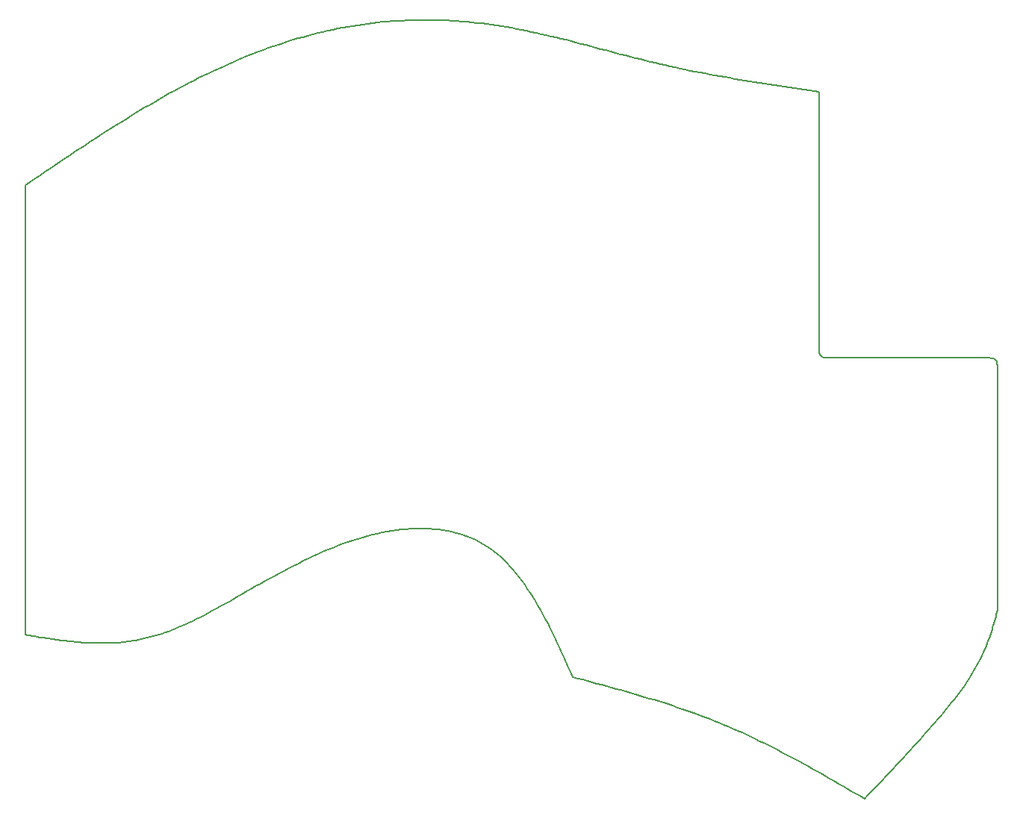
<source format=gbr>
%TF.GenerationSoftware,KiCad,Pcbnew,5.1.9*%
%TF.CreationDate,2021-04-16T22:18:37+02:00*%
%TF.ProjectId,handbrush,68616e64-6272-4757-9368-2e6b69636164,rev?*%
%TF.SameCoordinates,Original*%
%TF.FileFunction,Profile,NP*%
%FSLAX46Y46*%
G04 Gerber Fmt 4.6, Leading zero omitted, Abs format (unit mm)*
G04 Created by KiCad (PCBNEW 5.1.9) date 2021-04-16 22:18:37*
%MOMM*%
%LPD*%
G01*
G04 APERTURE LIST*
%TA.AperFunction,Profile*%
%ADD10C,0.200000*%
%TD*%
G04 APERTURE END LIST*
D10*
X138643573Y-100183065D02*
X138230844Y-99926967D01*
X138230844Y-99926967D02*
X137808757Y-99689170D01*
X137808757Y-99689170D02*
X137377613Y-99469436D01*
X137377613Y-99469436D02*
X136937714Y-99267526D01*
X136937714Y-99267526D02*
X136489362Y-99083203D01*
X136489362Y-99083203D02*
X136032859Y-98916231D01*
X136032859Y-98916231D02*
X135568507Y-98766370D01*
X135568507Y-98766370D02*
X135096607Y-98633385D01*
X135096607Y-98633385D02*
X134617463Y-98517036D01*
X134617463Y-98517036D02*
X134131375Y-98417088D01*
X134131375Y-98417088D02*
X133638645Y-98333301D01*
X133638645Y-98333301D02*
X133139576Y-98265439D01*
X133139576Y-98265439D02*
X132634469Y-98213265D01*
X132634469Y-98213265D02*
X132123627Y-98176540D01*
X132123627Y-98176540D02*
X131607351Y-98155027D01*
X131607351Y-98155027D02*
X131085943Y-98148488D01*
X131085943Y-98148488D02*
X130559705Y-98156687D01*
X130559705Y-98156687D02*
X130028939Y-98179385D01*
X130028939Y-98179385D02*
X129493947Y-98216345D01*
X129493947Y-98216345D02*
X128955031Y-98267330D01*
X128955031Y-98267330D02*
X128412493Y-98332101D01*
X128412493Y-98332101D02*
X127866634Y-98410422D01*
X127866634Y-98410422D02*
X127317757Y-98502054D01*
X127317757Y-98502054D02*
X126766164Y-98606761D01*
X126766164Y-98606761D02*
X126212156Y-98724305D01*
X126212156Y-98724305D02*
X125656035Y-98854448D01*
X125656035Y-98854448D02*
X125098104Y-98996953D01*
X125098104Y-98996953D02*
X124538664Y-99151582D01*
X124538664Y-99151582D02*
X123978017Y-99318098D01*
X123978017Y-99318098D02*
X123416466Y-99496263D01*
X123416466Y-99496263D02*
X122854311Y-99685840D01*
X122854311Y-99685840D02*
X122291856Y-99886591D01*
X176455936Y-78526157D02*
X176607256Y-78666523D01*
X176607256Y-78666523D02*
X176804651Y-78743471D01*
X176804651Y-78743471D02*
X177003068Y-78775396D01*
X177003068Y-78775396D02*
X177214664Y-78789111D01*
X177214664Y-78789111D02*
X177276099Y-78791668D01*
X95001301Y-111154377D02*
X94720459Y-111153024D01*
X94720459Y-111153024D02*
X94440444Y-111149019D01*
X94440444Y-111149019D02*
X94161229Y-111142446D01*
X94161229Y-111142446D02*
X93882789Y-111133392D01*
X93882789Y-111133392D02*
X93605095Y-111121942D01*
X93605095Y-111121942D02*
X93328121Y-111108182D01*
X93328121Y-111108182D02*
X93051840Y-111092196D01*
X93051840Y-111092196D02*
X92776226Y-111074072D01*
X92776226Y-111074072D02*
X92501251Y-111053893D01*
X92501251Y-111053893D02*
X92226890Y-111031746D01*
X92226890Y-111031746D02*
X91953115Y-111007717D01*
X91953115Y-111007717D02*
X91679900Y-110981890D01*
X91679900Y-110981890D02*
X91407218Y-110954352D01*
X91407218Y-110954352D02*
X91135041Y-110925188D01*
X91135041Y-110925188D02*
X90863344Y-110894483D01*
X90863344Y-110894483D02*
X90592100Y-110862323D01*
X90592100Y-110862323D02*
X90321281Y-110828794D01*
X90321281Y-110828794D02*
X90050862Y-110793982D01*
X90050862Y-110793982D02*
X89780815Y-110757971D01*
X89780815Y-110757971D02*
X89511114Y-110720847D01*
X89511114Y-110720847D02*
X89241731Y-110682697D01*
X89241731Y-110682697D02*
X88972641Y-110643604D01*
X88972641Y-110643604D02*
X88703816Y-110603656D01*
X88703816Y-110603656D02*
X88435229Y-110562937D01*
X88435229Y-110562937D02*
X88166855Y-110521534D01*
X88166855Y-110521534D02*
X87898665Y-110479531D01*
X87898665Y-110479531D02*
X87630634Y-110437014D01*
X87630634Y-110437014D02*
X87362735Y-110394070D01*
X87362735Y-110394070D02*
X87094941Y-110350782D01*
X87094941Y-110350782D02*
X86827225Y-110307238D01*
X86827225Y-110307238D02*
X86559560Y-110263522D01*
X86559560Y-110263522D02*
X86291920Y-110219720D01*
X122292026Y-41353097D02*
X122854528Y-41250170D01*
X122854528Y-41250170D02*
X123417032Y-41153854D01*
X123417032Y-41153854D02*
X123979537Y-41064117D01*
X123979537Y-41064117D02*
X124542043Y-40980928D01*
X124542043Y-40980928D02*
X125104550Y-40904257D01*
X125104550Y-40904257D02*
X125667058Y-40834073D01*
X125667058Y-40834073D02*
X126229567Y-40770346D01*
X126229567Y-40770346D02*
X126792077Y-40713046D01*
X126792077Y-40713046D02*
X127354589Y-40662142D01*
X127354589Y-40662142D02*
X127917101Y-40617603D01*
X127917101Y-40617603D02*
X128479615Y-40579398D01*
X128479615Y-40579398D02*
X129042130Y-40547499D01*
X129042130Y-40547499D02*
X129604646Y-40521873D01*
X129604646Y-40521873D02*
X130167163Y-40502490D01*
X130167163Y-40502490D02*
X130729681Y-40489320D01*
X130729681Y-40489320D02*
X131292200Y-40482332D01*
X131292200Y-40482332D02*
X131854721Y-40481496D01*
X131854721Y-40481496D02*
X132417242Y-40486781D01*
X132417242Y-40486781D02*
X132979765Y-40498156D01*
X132979765Y-40498156D02*
X133542289Y-40515592D01*
X133542289Y-40515592D02*
X134104814Y-40539057D01*
X134104814Y-40539057D02*
X134667340Y-40568522D01*
X134667340Y-40568522D02*
X135229868Y-40603955D01*
X135229868Y-40603955D02*
X135792396Y-40645326D01*
X135792396Y-40645326D02*
X136354926Y-40692604D01*
X136354926Y-40692604D02*
X136917457Y-40745760D01*
X136917457Y-40745760D02*
X137479989Y-40804762D01*
X137479989Y-40804762D02*
X138042523Y-40869580D01*
X138042523Y-40869580D02*
X138605057Y-40940183D01*
X138605057Y-40940183D02*
X139167593Y-41016541D01*
X139167593Y-41016541D02*
X139730129Y-41098624D01*
X139730129Y-41098624D02*
X140292668Y-41186401D01*
X176291735Y-77357939D02*
X176292361Y-77574947D01*
X176292361Y-77574947D02*
X176296746Y-77786756D01*
X176296746Y-77786756D02*
X176308647Y-77988205D01*
X176308647Y-77988205D02*
X176338142Y-78209002D01*
X176338142Y-78209002D02*
X176401736Y-78426455D01*
X176401736Y-78426455D02*
X176455936Y-78526157D01*
X177276102Y-78791668D02*
X195170437Y-78791668D01*
X105719829Y-108420082D02*
X105295288Y-108627376D01*
X105295288Y-108627376D02*
X104878873Y-108824369D01*
X104878873Y-108824369D02*
X104470349Y-109011306D01*
X104470349Y-109011306D02*
X104069482Y-109188430D01*
X104069482Y-109188430D02*
X103676037Y-109355985D01*
X103676037Y-109355985D02*
X103289779Y-109514215D01*
X103289779Y-109514215D02*
X102910474Y-109663364D01*
X102910474Y-109663364D02*
X102537887Y-109803676D01*
X102537887Y-109803676D02*
X102171784Y-109935395D01*
X102171784Y-109935395D02*
X101811929Y-110058766D01*
X101811929Y-110058766D02*
X101458089Y-110174031D01*
X101458089Y-110174031D02*
X101110029Y-110281435D01*
X101110029Y-110281435D02*
X100767514Y-110381222D01*
X100767514Y-110381222D02*
X100430310Y-110473635D01*
X100430310Y-110473635D02*
X100098181Y-110558920D01*
X100098181Y-110558920D02*
X99770894Y-110637319D01*
X99770894Y-110637319D02*
X99448214Y-110709077D01*
X99448214Y-110709077D02*
X99129906Y-110774437D01*
X99129906Y-110774437D02*
X98815736Y-110833644D01*
X98815736Y-110833644D02*
X98505468Y-110886942D01*
X98505468Y-110886942D02*
X98198869Y-110934574D01*
X98198869Y-110934574D02*
X97895704Y-110976784D01*
X97895704Y-110976784D02*
X97595738Y-111013817D01*
X97595738Y-111013817D02*
X97298737Y-111045916D01*
X97298737Y-111045916D02*
X97004465Y-111073326D01*
X97004465Y-111073326D02*
X96712689Y-111096290D01*
X96712689Y-111096290D02*
X96423174Y-111115052D01*
X96423174Y-111115052D02*
X96135685Y-111129857D01*
X96135685Y-111129857D02*
X95849988Y-111140948D01*
X95849988Y-111140948D02*
X95565848Y-111148569D01*
X95565848Y-111148569D02*
X95283030Y-111152963D01*
X95283030Y-111152963D02*
X95001301Y-111154377D01*
X195170437Y-78791668D02*
X195386509Y-78792679D01*
X195386509Y-78792679D02*
X195597191Y-78799757D01*
X195597191Y-78799757D02*
X195797131Y-78818968D01*
X195797131Y-78818968D02*
X196015344Y-78866581D01*
X196015344Y-78866581D02*
X196201133Y-78950885D01*
X196201133Y-78950885D02*
X196324517Y-79056732D01*
X192634705Y-116164110D02*
X192393408Y-116500783D01*
X192393408Y-116500783D02*
X192141769Y-116842946D01*
X192141769Y-116842946D02*
X191880119Y-117190421D01*
X191880119Y-117190421D02*
X191608794Y-117543030D01*
X191608794Y-117543030D02*
X191328126Y-117900598D01*
X191328126Y-117900598D02*
X191038449Y-118262946D01*
X191038449Y-118262946D02*
X190740098Y-118629898D01*
X190740098Y-118629898D02*
X190433404Y-119001276D01*
X190433404Y-119001276D02*
X190118703Y-119376904D01*
X190118703Y-119376904D02*
X189796328Y-119756605D01*
X189796328Y-119756605D02*
X189466612Y-120140201D01*
X189466612Y-120140201D02*
X189129889Y-120527516D01*
X189129889Y-120527516D02*
X188786492Y-120918372D01*
X188786492Y-120918372D02*
X188436756Y-121312593D01*
X188436756Y-121312593D02*
X188081014Y-121710001D01*
X188081014Y-121710001D02*
X187719600Y-122110419D01*
X187719600Y-122110419D02*
X187352847Y-122513671D01*
X187352847Y-122513671D02*
X186981089Y-122919578D01*
X186981089Y-122919578D02*
X186604659Y-123327965D01*
X186604659Y-123327965D02*
X186223891Y-123738654D01*
X186223891Y-123738654D02*
X185839120Y-124151468D01*
X185839120Y-124151468D02*
X185450678Y-124566231D01*
X185450678Y-124566231D02*
X185058898Y-124982764D01*
X185058898Y-124982764D02*
X184664116Y-125400891D01*
X184664116Y-125400891D02*
X184266664Y-125820435D01*
X184266664Y-125820435D02*
X183866876Y-126241218D01*
X183866876Y-126241218D02*
X183465086Y-126663065D01*
X183465086Y-126663065D02*
X183061627Y-127085797D01*
X183061627Y-127085797D02*
X182656833Y-127509238D01*
X182656833Y-127509238D02*
X182251037Y-127933211D01*
X182251037Y-127933211D02*
X181844574Y-128357538D01*
X181844574Y-128357538D02*
X181437777Y-128782043D01*
X86291920Y-59219063D02*
X86854456Y-58837848D01*
X86854456Y-58837848D02*
X87416991Y-58456799D01*
X87416991Y-58456799D02*
X87979526Y-58076079D01*
X87979526Y-58076079D02*
X88542061Y-57695854D01*
X88542061Y-57695854D02*
X89104595Y-57316289D01*
X89104595Y-57316289D02*
X89667129Y-56937547D01*
X89667129Y-56937547D02*
X90229662Y-56559795D01*
X90229662Y-56559795D02*
X90792194Y-56183196D01*
X90792194Y-56183196D02*
X91354725Y-55807916D01*
X91354725Y-55807916D02*
X91917256Y-55434119D01*
X91917256Y-55434119D02*
X92479786Y-55061970D01*
X92479786Y-55061970D02*
X93042315Y-54691634D01*
X93042315Y-54691634D02*
X93604843Y-54323275D01*
X93604843Y-54323275D02*
X94167370Y-53957059D01*
X94167370Y-53957059D02*
X94729895Y-53593151D01*
X94729895Y-53593151D02*
X95292420Y-53231714D01*
X95292420Y-53231714D02*
X95854944Y-52872914D01*
X95854944Y-52872914D02*
X96417467Y-52516915D01*
X96417467Y-52516915D02*
X96979988Y-52163883D01*
X96979988Y-52163883D02*
X97542508Y-51813982D01*
X97542508Y-51813982D02*
X98105027Y-51467377D01*
X98105027Y-51467377D02*
X98667545Y-51124233D01*
X98667545Y-51124233D02*
X99230061Y-50784714D01*
X99230061Y-50784714D02*
X99792576Y-50448985D01*
X99792576Y-50448985D02*
X100355089Y-50117212D01*
X100355089Y-50117212D02*
X100917600Y-49789558D01*
X100917600Y-49789558D02*
X101480110Y-49466189D01*
X101480110Y-49466189D02*
X102042619Y-49147269D01*
X102042619Y-49147269D02*
X102605126Y-48832963D01*
X102605126Y-48832963D02*
X103167631Y-48523437D01*
X103167631Y-48523437D02*
X103730134Y-48218854D01*
X103730134Y-48218854D02*
X104292636Y-47919380D01*
X176291737Y-48619643D02*
X176291737Y-77357939D01*
X196324517Y-79056732D02*
X196429952Y-79232009D01*
X196429952Y-79232009D02*
X196495314Y-79452658D01*
X196495314Y-79452658D02*
X196525841Y-79663627D01*
X196525841Y-79663627D02*
X196540312Y-79892758D01*
X196540312Y-79892758D02*
X196544080Y-80133985D01*
X196544080Y-80133985D02*
X196542497Y-80381241D01*
X196542497Y-107414087D02*
X196477268Y-107657346D01*
X196477268Y-107657346D02*
X196411705Y-107900782D01*
X196411705Y-107900782D02*
X196345476Y-108144571D01*
X196345476Y-108144571D02*
X196278246Y-108388890D01*
X196278246Y-108388890D02*
X196209681Y-108633916D01*
X196209681Y-108633916D02*
X196139448Y-108879827D01*
X196139448Y-108879827D02*
X196067214Y-109126799D01*
X196067214Y-109126799D02*
X195992644Y-109375010D01*
X195992644Y-109375010D02*
X195915404Y-109624637D01*
X195915404Y-109624637D02*
X195835162Y-109875856D01*
X195835162Y-109875856D02*
X195751583Y-110128845D01*
X195751583Y-110128845D02*
X195664334Y-110383782D01*
X195664334Y-110383782D02*
X195573080Y-110640842D01*
X195573080Y-110640842D02*
X195477490Y-110900204D01*
X195477490Y-110900204D02*
X195377227Y-111162044D01*
X195377227Y-111162044D02*
X195271960Y-111426539D01*
X195271960Y-111426539D02*
X195161354Y-111693867D01*
X195161354Y-111693867D02*
X195045075Y-111964205D01*
X195045075Y-111964205D02*
X194922791Y-112237729D01*
X194922791Y-112237729D02*
X194794166Y-112514617D01*
X194794166Y-112514617D02*
X194658868Y-112795046D01*
X194658868Y-112795046D02*
X194516563Y-113079192D01*
X194516563Y-113079192D02*
X194366917Y-113367234D01*
X194366917Y-113367234D02*
X194209597Y-113659348D01*
X194209597Y-113659348D02*
X194044268Y-113955711D01*
X194044268Y-113955711D02*
X193870597Y-114256501D01*
X193870597Y-114256501D02*
X193688251Y-114561894D01*
X193688251Y-114561894D02*
X193496895Y-114872068D01*
X193496895Y-114872068D02*
X193296196Y-115187199D01*
X193296196Y-115187199D02*
X193085820Y-115507465D01*
X193085820Y-115507465D02*
X192865435Y-115833043D01*
X192865435Y-115833043D02*
X192634705Y-116164110D01*
X104292636Y-47919380D02*
X104855134Y-47625158D01*
X104855134Y-47625158D02*
X105417629Y-47336253D01*
X105417629Y-47336253D02*
X105980121Y-47052708D01*
X105980121Y-47052708D02*
X106542610Y-46774564D01*
X106542610Y-46774564D02*
X107105096Y-46501866D01*
X107105096Y-46501866D02*
X107667579Y-46234654D01*
X107667579Y-46234654D02*
X108230060Y-45972973D01*
X108230060Y-45972973D02*
X108792539Y-45716864D01*
X108792539Y-45716864D02*
X109355016Y-45466371D01*
X109355016Y-45466371D02*
X109917492Y-45221537D01*
X109917492Y-45221537D02*
X110479966Y-44982403D01*
X110479966Y-44982403D02*
X111042439Y-44749012D01*
X111042439Y-44749012D02*
X111604911Y-44521408D01*
X111604911Y-44521408D02*
X112167382Y-44299633D01*
X112167382Y-44299633D02*
X112729853Y-44083729D01*
X112729853Y-44083729D02*
X113292324Y-43873740D01*
X113292324Y-43873740D02*
X113854795Y-43669707D01*
X113854795Y-43669707D02*
X114417266Y-43471675D01*
X114417266Y-43471675D02*
X114979737Y-43279685D01*
X114979737Y-43279685D02*
X115542210Y-43093779D01*
X115542210Y-43093779D02*
X116104683Y-42914002D01*
X116104683Y-42914002D02*
X116667158Y-42740395D01*
X116667158Y-42740395D02*
X117229634Y-42573002D01*
X117229634Y-42573002D02*
X117792112Y-42411864D01*
X117792112Y-42411864D02*
X118354591Y-42257025D01*
X118354591Y-42257025D02*
X118917073Y-42108527D01*
X118917073Y-42108527D02*
X119479558Y-41966413D01*
X119479558Y-41966413D02*
X120042045Y-41830726D01*
X120042045Y-41830726D02*
X120604535Y-41701508D01*
X120604535Y-41701508D02*
X121167028Y-41578802D01*
X121167028Y-41578802D02*
X121729525Y-41462650D01*
X121729525Y-41462650D02*
X122292026Y-41353097D01*
X158293242Y-45485786D02*
X158855735Y-45615485D01*
X158855735Y-45615485D02*
X159418226Y-45742159D01*
X159418226Y-45742159D02*
X159980713Y-45865906D01*
X159980713Y-45865906D02*
X160543196Y-45986822D01*
X160543196Y-45986822D02*
X161105677Y-46105006D01*
X161105677Y-46105006D02*
X161668155Y-46220555D01*
X161668155Y-46220555D02*
X162230629Y-46333566D01*
X162230629Y-46333566D02*
X162793101Y-46444138D01*
X162793101Y-46444138D02*
X163355569Y-46552368D01*
X163355569Y-46552368D02*
X163918035Y-46658353D01*
X163918035Y-46658353D02*
X164480498Y-46762190D01*
X164480498Y-46762190D02*
X165042959Y-46863979D01*
X165042959Y-46863979D02*
X165605417Y-46963815D01*
X165605417Y-46963815D02*
X166167873Y-47061797D01*
X166167873Y-47061797D02*
X166730326Y-47158023D01*
X166730326Y-47158023D02*
X167292776Y-47252589D01*
X167292776Y-47252589D02*
X167855225Y-47345594D01*
X167855225Y-47345594D02*
X168417671Y-47437135D01*
X168417671Y-47437135D02*
X168980115Y-47527310D01*
X168980115Y-47527310D02*
X169542558Y-47616216D01*
X169542558Y-47616216D02*
X170104998Y-47703950D01*
X170104998Y-47703950D02*
X170667436Y-47790611D01*
X170667436Y-47790611D02*
X171229873Y-47876296D01*
X171229873Y-47876296D02*
X171792308Y-47961103D01*
X171792308Y-47961103D02*
X172354741Y-48045129D01*
X172354741Y-48045129D02*
X172917173Y-48128471D01*
X172917173Y-48128471D02*
X173479603Y-48211228D01*
X173479603Y-48211228D02*
X174042032Y-48293497D01*
X174042032Y-48293497D02*
X174604459Y-48375375D01*
X174604459Y-48375375D02*
X175166886Y-48456960D01*
X175166886Y-48456960D02*
X175729311Y-48538350D01*
X175729311Y-48538350D02*
X176291735Y-48619643D01*
X140292668Y-41186401D02*
X140855206Y-41279799D01*
X140855206Y-41279799D02*
X141417743Y-41378586D01*
X141417743Y-41378586D02*
X141980279Y-41482485D01*
X141980279Y-41482485D02*
X142542813Y-41591223D01*
X142542813Y-41591223D02*
X143105347Y-41704526D01*
X143105347Y-41704526D02*
X143667879Y-41822118D01*
X143667879Y-41822118D02*
X144230410Y-41943725D01*
X144230410Y-41943725D02*
X144792939Y-42069072D01*
X144792939Y-42069072D02*
X145355468Y-42197886D01*
X145355468Y-42197886D02*
X145917995Y-42329891D01*
X145917995Y-42329891D02*
X146480520Y-42464813D01*
X146480520Y-42464813D02*
X147043045Y-42602377D01*
X147043045Y-42602377D02*
X147605568Y-42742310D01*
X147605568Y-42742310D02*
X148168089Y-42884335D01*
X148168089Y-42884335D02*
X148730610Y-43028179D01*
X148730610Y-43028179D02*
X149293129Y-43173568D01*
X149293129Y-43173568D02*
X149855647Y-43320226D01*
X149855647Y-43320226D02*
X150418163Y-43467880D01*
X150418163Y-43467880D02*
X150980678Y-43616254D01*
X150980678Y-43616254D02*
X151543191Y-43765074D01*
X151543191Y-43765074D02*
X152105703Y-43914066D01*
X152105703Y-43914066D02*
X152668214Y-44062955D01*
X152668214Y-44062955D02*
X153230723Y-44211467D01*
X153230723Y-44211467D02*
X153793231Y-44359326D01*
X153793231Y-44359326D02*
X154355738Y-44506259D01*
X154355738Y-44506259D02*
X154918243Y-44651991D01*
X154918243Y-44651991D02*
X155480746Y-44796247D01*
X155480746Y-44796247D02*
X156043248Y-44938753D01*
X156043248Y-44938753D02*
X156605749Y-45079235D01*
X156605749Y-45079235D02*
X157168248Y-45217417D01*
X157168248Y-45217417D02*
X157730745Y-45353025D01*
X157730745Y-45353025D02*
X158293242Y-45485786D01*
X86291920Y-110219720D02*
X86291920Y-59219063D01*
X181437777Y-128782043D02*
X180948687Y-128496967D01*
X180948687Y-128496967D02*
X180459543Y-128212026D01*
X180459543Y-128212026D02*
X179970292Y-127927357D01*
X179970292Y-127927357D02*
X179480880Y-127643096D01*
X179480880Y-127643096D02*
X178991255Y-127359378D01*
X178991255Y-127359378D02*
X178501363Y-127076341D01*
X178501363Y-127076341D02*
X178011152Y-126794121D01*
X178011152Y-126794121D02*
X177520569Y-126512854D01*
X177520569Y-126512854D02*
X177029561Y-126232676D01*
X177029561Y-126232676D02*
X176538075Y-125953724D01*
X176538075Y-125953724D02*
X176046058Y-125676134D01*
X176046058Y-125676134D02*
X175553458Y-125400041D01*
X175553458Y-125400041D02*
X175060221Y-125125583D01*
X175060221Y-125125583D02*
X174566294Y-124852896D01*
X174566294Y-124852896D02*
X174071625Y-124582116D01*
X174071625Y-124582116D02*
X173576161Y-124313380D01*
X173576161Y-124313380D02*
X173079849Y-124046823D01*
X173079849Y-124046823D02*
X172582636Y-123782581D01*
X172582636Y-123782581D02*
X172084469Y-123520792D01*
X172084469Y-123520792D02*
X171585294Y-123261592D01*
X171585294Y-123261592D02*
X171085061Y-123005116D01*
X171085061Y-123005116D02*
X170583714Y-122751502D01*
X170583714Y-122751502D02*
X170081202Y-122500884D01*
X170081202Y-122500884D02*
X169577472Y-122253401D01*
X169577472Y-122253401D02*
X169072470Y-122009187D01*
X169072470Y-122009187D02*
X168566144Y-121768380D01*
X168566144Y-121768380D02*
X168058441Y-121531115D01*
X168058441Y-121531115D02*
X167549308Y-121297529D01*
X167549308Y-121297529D02*
X167038692Y-121067758D01*
X167038692Y-121067758D02*
X166526540Y-120841939D01*
X166526540Y-120841939D02*
X166012800Y-120620207D01*
X166012800Y-120620207D02*
X165497418Y-120402700D01*
X196542500Y-80381241D02*
X196542500Y-107414087D01*
X122291856Y-99886591D02*
X121729395Y-100098205D01*
X121729395Y-100098205D02*
X121167201Y-100320084D01*
X121167201Y-100320084D02*
X120605532Y-100551556D01*
X120605532Y-100551556D02*
X120044651Y-100791950D01*
X120044651Y-100791950D02*
X119484819Y-101040595D01*
X119484819Y-101040595D02*
X118926296Y-101296820D01*
X118926296Y-101296820D02*
X118369344Y-101559953D01*
X118369344Y-101559953D02*
X117814224Y-101829323D01*
X117814224Y-101829323D02*
X117261197Y-102104258D01*
X117261197Y-102104258D02*
X116710524Y-102384089D01*
X116710524Y-102384089D02*
X116162466Y-102668142D01*
X116162466Y-102668142D02*
X115617285Y-102955748D01*
X115617285Y-102955748D02*
X115075242Y-103246234D01*
X115075242Y-103246234D02*
X114536597Y-103538931D01*
X114536597Y-103538931D02*
X114001611Y-103833165D01*
X114001611Y-103833165D02*
X113470547Y-104128267D01*
X113470547Y-104128267D02*
X112943665Y-104423564D01*
X112943665Y-104423564D02*
X112421225Y-104718386D01*
X112421225Y-104718386D02*
X111903490Y-105012061D01*
X111903490Y-105012061D02*
X111390721Y-105303919D01*
X111390721Y-105303919D02*
X110883178Y-105593287D01*
X110883178Y-105593287D02*
X110381122Y-105879495D01*
X110381122Y-105879495D02*
X109884815Y-106161871D01*
X109884815Y-106161871D02*
X109394518Y-106439745D01*
X109394518Y-106439745D02*
X108910492Y-106712444D01*
X108910492Y-106712444D02*
X108432998Y-106979299D01*
X108432998Y-106979299D02*
X107962297Y-107239636D01*
X107962297Y-107239636D02*
X107498650Y-107492786D01*
X107498650Y-107492786D02*
X107042319Y-107738076D01*
X107042319Y-107738076D02*
X106593564Y-107974837D01*
X106593564Y-107974837D02*
X106152647Y-108202396D01*
X106152647Y-108202396D02*
X105719829Y-108420082D01*
X165497418Y-120402700D02*
X164980359Y-120189507D01*
X164980359Y-120189507D02*
X164461660Y-119980539D01*
X164461660Y-119980539D02*
X163941374Y-119775660D01*
X163941374Y-119775660D02*
X163419553Y-119574733D01*
X163419553Y-119574733D02*
X162896250Y-119377623D01*
X162896250Y-119377623D02*
X162371519Y-119184192D01*
X162371519Y-119184192D02*
X161845411Y-118994304D01*
X161845411Y-118994304D02*
X161317980Y-118807823D01*
X161317980Y-118807823D02*
X160789278Y-118624613D01*
X160789278Y-118624613D02*
X160259359Y-118444538D01*
X160259359Y-118444538D02*
X159728275Y-118267460D01*
X159728275Y-118267460D02*
X159196079Y-118093245D01*
X159196079Y-118093245D02*
X158662823Y-117921755D01*
X158662823Y-117921755D02*
X158128562Y-117752854D01*
X158128562Y-117752854D02*
X157593347Y-117586406D01*
X157593347Y-117586406D02*
X157057231Y-117422275D01*
X157057231Y-117422275D02*
X156520267Y-117260324D01*
X156520267Y-117260324D02*
X155982509Y-117100417D01*
X155982509Y-117100417D02*
X155444008Y-116942417D01*
X155444008Y-116942417D02*
X154904818Y-116786189D01*
X154904818Y-116786189D02*
X154364991Y-116631596D01*
X154364991Y-116631596D02*
X153824581Y-116478502D01*
X153824581Y-116478502D02*
X153283640Y-116326770D01*
X153283640Y-116326770D02*
X152742221Y-116176264D01*
X152742221Y-116176264D02*
X152200377Y-116026848D01*
X152200377Y-116026848D02*
X151658160Y-115878385D01*
X151658160Y-115878385D02*
X151115624Y-115730740D01*
X151115624Y-115730740D02*
X150572821Y-115583775D01*
X150572821Y-115583775D02*
X150029804Y-115437355D01*
X150029804Y-115437355D02*
X149486627Y-115291344D01*
X149486627Y-115291344D02*
X148943341Y-115145604D01*
X148943341Y-115145604D02*
X148400000Y-115000000D01*
X148400000Y-115000000D02*
X148146597Y-114438229D01*
X148146597Y-114438229D02*
X147892892Y-113877037D01*
X147892892Y-113877037D02*
X147638583Y-113317001D01*
X147638583Y-113317001D02*
X147383367Y-112758701D01*
X147383367Y-112758701D02*
X147126942Y-112202716D01*
X147126942Y-112202716D02*
X146869008Y-111649626D01*
X146869008Y-111649626D02*
X146609261Y-111100010D01*
X146609261Y-111100010D02*
X146347399Y-110554447D01*
X146347399Y-110554447D02*
X146083122Y-110013517D01*
X146083122Y-110013517D02*
X145816127Y-109477798D01*
X145816127Y-109477798D02*
X145546112Y-108947871D01*
X145546112Y-108947871D02*
X145272776Y-108424313D01*
X145272776Y-108424313D02*
X144995816Y-107907706D01*
X144995816Y-107907706D02*
X144714930Y-107398627D01*
X144714930Y-107398627D02*
X144429817Y-106897657D01*
X144429817Y-106897657D02*
X144140175Y-106405374D01*
X144140175Y-106405374D02*
X143845701Y-105922359D01*
X143845701Y-105922359D02*
X143546095Y-105449189D01*
X143546095Y-105449189D02*
X143241054Y-104986445D01*
X143241054Y-104986445D02*
X142930275Y-104534705D01*
X142930275Y-104534705D02*
X142613458Y-104094550D01*
X142613458Y-104094550D02*
X142290301Y-103666557D01*
X142290301Y-103666557D02*
X141960501Y-103251308D01*
X141960501Y-103251308D02*
X141623756Y-102849380D01*
X141623756Y-102849380D02*
X141279765Y-102461354D01*
X141279765Y-102461354D02*
X140928226Y-102087808D01*
X140928226Y-102087808D02*
X140568837Y-101729322D01*
X140568837Y-101729322D02*
X140201295Y-101386475D01*
X140201295Y-101386475D02*
X139825300Y-101059847D01*
X139825300Y-101059847D02*
X139440549Y-100750016D01*
X139440549Y-100750016D02*
X139046741Y-100457562D01*
X139046741Y-100457562D02*
X138643573Y-100183065D01*
M02*

</source>
